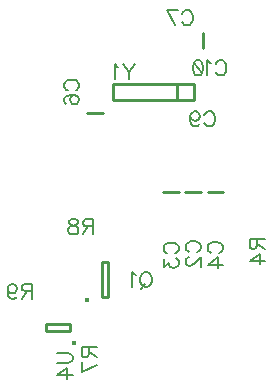
<source format=gbr>
%TF.GenerationSoftware,Novarm,DipTrace Beta,2.9.0.1*%
%TF.CreationDate,2015-11-14T18:18:59-04:00*%
%FSLAX35Y35*%
%MOMM*%
%TF.FileFunction,Legend,Bot*%
%TF.Part,Single*%
%ADD10C,0.25*%
%ADD34O,0.39172X0.39127*%
%ADD93C,0.19608*%
G75*
G01*
%LPD*%
X2776321Y2797271D2*
D10*
X2646421D1*
X2591324Y2800254D2*
X2461424D1*
X2967024Y2797271D2*
X2837124D1*
X1817084Y3466937D2*
X1946984D1*
X2796477Y4016617D2*
Y4146517D1*
D34*
X1812200Y1887591D3*
X1939560Y1910961D2*
D10*
Y2210947D1*
X1989561D1*
Y1910961D1*
X1939560D1*
D34*
X1702776Y1518583D3*
X1669400Y1625954D2*
D10*
X1469401D1*
Y1686051D1*
X1669400D1*
Y1625954D1*
X2721611Y3715782D2*
X2031611D1*
Y3575772D1*
X2721611D1*
Y3715782D1*
X2576636Y3710772D2*
Y3580782D1*
X2680887Y2292927D2*
D93*
X2668814Y2298964D1*
X2656601Y2311177D1*
X2650564Y2323250D1*
Y2347537D1*
X2656601Y2359750D1*
X2668814Y2371823D1*
X2680887Y2378000D1*
X2699137Y2384036D1*
X2729601D1*
X2747710Y2378000D1*
X2759924Y2371823D1*
X2771997Y2359750D1*
X2778174Y2347536D1*
Y2323250D1*
X2771997Y2311177D1*
X2759924Y2298963D1*
X2747710Y2292927D1*
X2681028Y2247534D2*
X2674991D1*
X2662778Y2241498D1*
X2656741Y2235461D1*
X2650704Y2223248D1*
Y2198961D1*
X2656741Y2186888D1*
X2662777Y2180852D1*
X2674991Y2174675D1*
X2687064D1*
X2699277Y2180852D1*
X2717387Y2192925D1*
X2778174Y2253711D1*
Y2168638D1*
X2493381Y2280954D2*
X2481307Y2286990D1*
X2469094Y2299204D1*
X2463057Y2311277D1*
Y2335563D1*
X2469094Y2347777D1*
X2481307Y2359850D1*
X2493380Y2366027D1*
X2511630Y2372063D1*
X2542094D1*
X2560204Y2366027D1*
X2572417Y2359850D1*
X2584490Y2347777D1*
X2590667Y2335563D1*
Y2311277D1*
X2584490Y2299203D1*
X2572417Y2286990D1*
X2560204Y2280954D1*
X2463198Y2229525D2*
Y2162842D1*
X2511771Y2199202D1*
Y2180952D1*
X2517807Y2168878D1*
X2523844Y2162842D1*
X2542094Y2156665D1*
X2554167D1*
X2572417Y2162842D1*
X2584630Y2174915D1*
X2590667Y2193165D1*
Y2211415D1*
X2584630Y2229524D1*
X2578454Y2235561D1*
X2566381Y2241738D1*
X2866444Y2285999D2*
X2854371Y2292035D1*
X2842157Y2304249D1*
X2836121Y2316322D1*
Y2340608D1*
X2842157Y2352822D1*
X2854371Y2364895D1*
X2866444Y2371072D1*
X2884694Y2377108D1*
X2915157D1*
X2933267Y2371071D1*
X2945480Y2364895D1*
X2957553Y2352821D1*
X2963730Y2340608D1*
Y2316321D1*
X2957553Y2304248D1*
X2945480Y2292035D1*
X2933267Y2285998D1*
X2963730Y2185996D2*
X2836261D1*
X2921194Y2246783D1*
Y2155673D1*
X1651370Y3660465D2*
X1639297Y3666502D1*
X1627084Y3678715D1*
X1621047Y3690788D1*
Y3715075D1*
X1627084Y3727288D1*
X1639297Y3739361D1*
X1651370Y3745538D1*
X1669620Y3751575D1*
X1700084D1*
X1718194Y3745538D1*
X1730407Y3739361D1*
X1742480Y3727288D1*
X1748657Y3715075D1*
Y3690788D1*
X1742480Y3678715D1*
X1730407Y3666502D1*
X1718194Y3660465D1*
X1639297Y3548390D2*
X1627224Y3554427D1*
X1621188Y3572677D1*
Y3584750D1*
X1627224Y3603000D1*
X1645474Y3615213D1*
X1675797Y3621250D1*
X1706121Y3621249D1*
X1730407Y3615213D1*
X1742621Y3602999D1*
X1748657Y3584749D1*
Y3578713D1*
X1742620Y3560603D1*
X1730407Y3548390D1*
X1712157Y3542353D1*
X1706120D1*
X1687870Y3548390D1*
X1675797Y3560603D1*
X1669761Y3578713D1*
Y3584750D1*
X1675797Y3603000D1*
X1687870Y3615213D1*
X1706121Y3621249D1*
X2620783Y4308711D2*
X2626820Y4320784D1*
X2639033Y4332997D1*
X2651107Y4339034D1*
X2675393D1*
X2687607Y4332997D1*
X2699680Y4320784D1*
X2705857Y4308711D1*
X2711893Y4290461D1*
Y4259997D1*
X2705857Y4241888D1*
X2699680Y4229674D1*
X2687607Y4217601D1*
X2675393Y4211424D1*
X2651107D1*
X2639033Y4217601D1*
X2626820Y4229674D1*
X2620783Y4241888D1*
X2557281Y4211424D2*
X2496495Y4338893D1*
X2581568D1*
X2808712Y3452627D2*
X2814748Y3464700D1*
X2826962Y3476914D1*
X2839035Y3482950D1*
X2863321D1*
X2875535Y3476914D1*
X2887608Y3464700D1*
X2893785Y3452627D1*
X2899821Y3434377D1*
Y3403914D1*
X2893785Y3385804D1*
X2887608Y3373591D1*
X2875535Y3361518D1*
X2863321Y3355341D1*
X2839035D1*
X2826962Y3361518D1*
X2814748Y3373591D1*
X2808712Y3385804D1*
X2690460Y3440414D2*
X2696637Y3422164D1*
X2708710Y3409950D1*
X2726960Y3403914D1*
X2732996D1*
X2751246Y3409950D1*
X2763319Y3422164D1*
X2769496Y3440414D1*
Y3446450D1*
X2763319Y3464700D1*
X2751246Y3476774D1*
X2732996Y3482810D1*
X2726960D1*
X2708710Y3476774D1*
X2696637Y3464700D1*
X2690460Y3440414D1*
Y3409950D1*
X2696637Y3379627D1*
X2708710Y3361377D1*
X2726960Y3355341D1*
X2739033D1*
X2757283Y3361377D1*
X2763319Y3373591D1*
X2904480Y3884357D2*
X2910516Y3896430D1*
X2922730Y3908644D1*
X2934803Y3914680D1*
X2959089D1*
X2971303Y3908644D1*
X2983376Y3896430D1*
X2989553Y3884357D1*
X2995589Y3866107D1*
Y3835644D1*
X2989553Y3817534D1*
X2983376Y3805321D1*
X2971303Y3793248D1*
X2959089Y3787071D1*
X2934803D1*
X2922730Y3793248D1*
X2910516Y3805321D1*
X2904480Y3817534D1*
X2865264Y3890254D2*
X2853051Y3896430D1*
X2834801Y3914540D1*
Y3787071D1*
X2759085Y3914540D2*
X2777335Y3908504D1*
X2789548Y3890254D1*
X2795585Y3859930D1*
Y3841680D1*
X2789548Y3811357D1*
X2777335Y3793107D1*
X2759085Y3787071D1*
X2747012D1*
X2728762Y3793107D1*
X2716689Y3811357D1*
X2710512Y3841680D1*
Y3859930D1*
X2716689Y3890254D1*
X2728762Y3908504D1*
X2747012Y3914540D1*
X2759085D1*
X2716689Y3890254D2*
X2789548Y3811357D1*
X2326380Y2122147D2*
X2338453Y2116251D1*
X2350667Y2104038D1*
X2356703Y2091824D1*
X2362880Y2073574D1*
Y2043251D1*
X2356703Y2025001D1*
X2350667Y2012928D1*
X2338453Y2000714D1*
X2326380Y1994678D1*
X2302094D1*
X2289880Y2000714D1*
X2277807Y2012928D1*
X2271770Y2025001D1*
X2265594Y2043251D1*
Y2073574D1*
X2271770Y2091824D1*
X2277807Y2104038D1*
X2289880Y2116251D1*
X2302094Y2122147D1*
X2326380D1*
X2308130Y2018964D2*
X2271770Y1982464D1*
X2226378Y2097720D2*
X2214164Y2103897D1*
X2195914Y2122007D1*
Y1994538D1*
X3251971Y2403003D2*
Y2348394D1*
X3245794Y2330144D1*
X3239757Y2323967D1*
X3227684Y2317930D1*
X3215471D1*
X3203398Y2323967D1*
X3197221Y2330144D1*
X3191184Y2348394D1*
Y2403003D1*
X3318794D1*
X3251971Y2360467D2*
X3318794Y2317930D1*
Y2217928D2*
X3191324D1*
X3276257Y2278714D1*
Y2187605D1*
X1830344Y1485192D2*
Y1430582D1*
X1824167Y1412332D1*
X1818131Y1406155D1*
X1806057Y1400119D1*
X1793844D1*
X1781771Y1406155D1*
X1775594Y1412332D1*
X1769557Y1430582D1*
Y1485192D1*
X1897167Y1485191D1*
X1830344Y1442655D2*
X1897167Y1400118D1*
Y1336616D2*
X1769698Y1275830D1*
Y1360903D1*
X1865158Y2508757D2*
X1810548D1*
X1792298Y2514934D1*
X1786121Y2520971D1*
X1780085Y2533044D1*
Y2545257D1*
X1786121Y2557330D1*
X1792298Y2563507D1*
X1810548Y2569544D1*
X1865158D1*
Y2441934D1*
X1822621Y2508757D2*
X1780085Y2441934D1*
X1710546Y2569403D2*
X1728656Y2563367D1*
X1734833Y2551294D1*
Y2539080D1*
X1728656Y2527007D1*
X1716583Y2520830D1*
X1692296Y2514794D1*
X1674046Y2508757D1*
X1661973Y2496544D1*
X1655936Y2484471D1*
Y2466221D1*
X1661973Y2454148D1*
X1668010Y2447971D1*
X1686260Y2441934D1*
X1710546D1*
X1728656Y2447971D1*
X1734833Y2454148D1*
X1740869Y2466221D1*
Y2484471D1*
X1734833Y2496544D1*
X1722619Y2508757D1*
X1704510Y2514794D1*
X1680223Y2520830D1*
X1668010Y2527007D1*
X1661973Y2539080D1*
Y2551294D1*
X1668010Y2563367D1*
X1686260Y2569403D1*
X1710546D1*
X1346460Y1961387D2*
X1291850D1*
X1273600Y1967564D1*
X1267423Y1973601D1*
X1261387Y1985674D1*
Y1997887D1*
X1267423Y2009960D1*
X1273600Y2016137D1*
X1291850Y2022174D1*
X1346460D1*
Y1894564D1*
X1303923Y1961387D2*
X1261387Y1894564D1*
X1143135Y1979637D2*
X1149311Y1961387D1*
X1161385Y1949174D1*
X1179635Y1943137D1*
X1185671D1*
X1203921Y1949174D1*
X1215994Y1961387D1*
X1222171Y1979637D1*
Y1985674D1*
X1215994Y2003924D1*
X1203921Y2015997D1*
X1185671Y2022033D1*
X1179635D1*
X1161385Y2015997D1*
X1149311Y2003924D1*
X1143135Y1979637D1*
Y1949174D1*
X1149311Y1918851D1*
X1161385Y1900601D1*
X1179635Y1894564D1*
X1191708D1*
X1209958Y1900601D1*
X1215994Y1912814D1*
X1564754Y1436350D2*
X1655864D1*
X1674114Y1430313D1*
X1686187Y1418100D1*
X1692364Y1399850D1*
Y1387777D1*
X1686187Y1369527D1*
X1674114Y1357313D1*
X1655864Y1351277D1*
X1564754D1*
X1692364Y1251275D2*
X1564894D1*
X1649827Y1312061D1*
Y1220952D1*
X2217453Y3881364D2*
X2168880Y3820577D1*
Y3753754D1*
X2120307Y3881364D2*
X2168880Y3820577D1*
X2081091Y3856937D2*
X2068878Y3863114D1*
X2050628Y3881223D1*
Y3753754D1*
M02*

</source>
